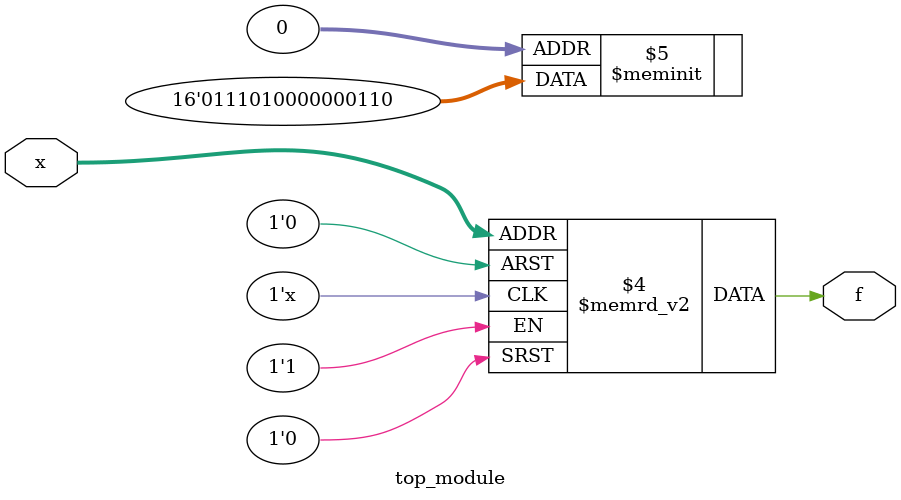
<source format=sv>
module top_module (
	input [4:1] x,
	output logic f
);

always_comb begin
    case (x)
        4'b00_01: f = 1'b1;
        4'b00_10: f = 1'b1;
        4'b01_00: f = 1'b0;
        4'b11_00: f = 1'b1;
        4'b11_01: f = 1'b1;
        4'b11_10: f = 1'b1;
        4'b10_00: f = 1'b0;
        4'b10_10: f = 1'b1;
        default: f = 1'b0;
    endcase
end

endmodule

</source>
